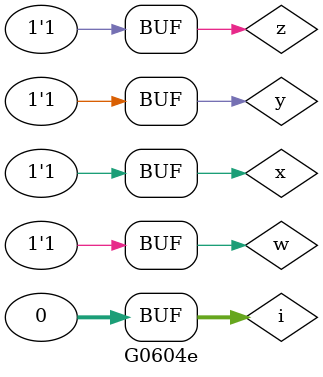
<source format=v>

module f1 (output r, input x,y,w,z);

	assign r = (x|~w|(y^z))&(~y|~w|z);
	
endmodule // f1

module f2 (output r, input x,y,w,z);

  assign r = (x|~y|w)&(~x|w|~z)&(~x|~y|~w|z);
	
endmodule // f2

module f3 (output r, input x,y,w,z);

	assign r = (~y|w|(x^z))&(~y|~w|~z)&(~x|y|w|z);
	
endmodule // f3

module f4 (output r, input x,y,w,z);

	assign r = (x|w|~z)&(~x|~y|~w)&(~x|y|~z);
	
endmodule // f4

module f5 (output r, input x,y,w,z);

	assign r = (x|~w|z)&(x|~y|~z)&(~x|~y|~z)&(~x|y|~w|~z);
	
endmodule // f5

module G0604a;

	// Define data
	integer i = 0;
	reg x = 1'b0;
	reg y = 1'b0;
	reg z = 1'b0;
	reg w = 1'b0;
	wire r;

	f1 F1 (r, x,y,w,z);

	// Actions
	initial
		begin : main

			$display ("\nG0604a -\n");

			$display ("f(x,y,z,w) = M (2,6,7,14)\n");

			$monitor ("#%0d\t | %b %b %b %b | %b", i, x,y,w,z, r);
			#1 z = 1'b1; i++;
			#1 w = 1'b1; z = 1'b0; i++;
			#1 w = 1'b1; z = 1'b1; i++;
			#1 y = 1'b1; w = 1'b0; z = 1'b0; i++;
			#1 y = 1'b1; w = 1'b0; z = 1'b1; i++;
			#1 y = 1'b1; w = 1'b1; z = 1'b0; i++;
			#1 y = 1'b1; w = 1'b1; z = 1'b1; i++;
			#1 x = 1'b1; y = 1'b0; w = 1'b0; z = 1'b0; i++;
			#1 x = 1'b1; y = 1'b0; w = 1'b0; z = 1'b1; i++;
			#1 x = 1'b1; y = 1'b0; w = 1'b1; z = 1'b0; i++;
			#1 x = 1'b1; y = 1'b0; w = 1'b1; z = 1'b1; i++;
			#1 x = 1'b1; y = 1'b1; w = 1'b0; z = 1'b0; i++;
			#1 x = 1'b1; y = 1'b1; w = 1'b0; z = 1'b1; i++;
			#1 x = 1'b1; y = 1'b1; w = 1'b1; z = 1'b0; i++;
			#1 x = 1'b1; y = 1'b1; w = 1'b1; z = 1'b1; i++;

		end // main

endmodule // G0604a


module G0604b;

	// Define data
	integer i = 0;
	reg x = 1'b0;
	reg y = 1'b0;
	reg z = 1'b0;
	reg w = 1'b0;
	wire r;

	f2 F2 (r, x,y,w,z);

	// Actions
	initial
		begin : main

			#20$display ("\nG0604b -\n");

			$display ("f(x,y,z,w) = M (4,5,9,13,14)\n");

			$monitor ("#%0d\t | %b %b %b %b | %b", i, x,y,w,z, r);
			#1 z = 1'b1; i++;
			#1 w = 1'b1; z = 1'b0; i++;
			#1 w = 1'b1; z = 1'b1; i++;
			#1 y = 1'b1; w = 1'b0; z = 1'b0; i++;
			#1 y = 1'b1; w = 1'b0; z = 1'b1; i++;
			#1 y = 1'b1; w = 1'b1; z = 1'b0; i++;
			#1 y = 1'b1; w = 1'b1; z = 1'b1; i++;
			#1 x = 1'b1; y = 1'b0; w = 1'b0; z = 1'b0; i++;
			#1 x = 1'b1; y = 1'b0; w = 1'b0; z = 1'b1; i++;
			#1 x = 1'b1; y = 1'b0; w = 1'b1; z = 1'b0; i++;
			#1 x = 1'b1; y = 1'b0; w = 1'b1; z = 1'b1; i++;
			#1 x = 1'b1; y = 1'b1; w = 1'b0; z = 1'b0; i++;
			#1 x = 1'b1; y = 1'b1; w = 1'b0; z = 1'b1; i++;
			#1 x = 1'b1; y = 1'b1; w = 1'b1; z = 1'b0; i++;
			#1 x = 1'b1; y = 1'b1; w = 1'b1; z = 1'b1; i++;

		end // main

endmodule // G0604b

module G0604c;

	// Define data
	integer i = 0;
	reg x = 1'b0;
	reg y = 1'b0;
	reg z = 1'b0;
	reg w = 1'b0;
	wire r;

	f3 F3 (r, x,y,w,z);

	// Actions
	initial
		begin : main

			#40$display ("\nG0604c -\n");

			$display ("f(x,y,z,w) = M (4,7,8,13,15)\n");

			$monitor ("#%0d\t | %b %b %b %b | %b", i, x,y,w,z, r);
			#1 z = 1'b1; i++;
			#1 w = 1'b1; z = 1'b0; i++;
			#1 w = 1'b1; z = 1'b1; i++;
			#1 y = 1'b1; w = 1'b0; z = 1'b0; i++;
			#1 y = 1'b1; w = 1'b0; z = 1'b1; i++;
			#1 y = 1'b1; w = 1'b1; z = 1'b0; i++;
			#1 y = 1'b1; w = 1'b1; z = 1'b1; i++;
			#1 x = 1'b1; y = 1'b0; w = 1'b0; z = 1'b0; i++;
			#1 x = 1'b1; y = 1'b0; w = 1'b0; z = 1'b1; i++;
			#1 x = 1'b1; y = 1'b0; w = 1'b1; z = 1'b0; i++;
			#1 x = 1'b1; y = 1'b0; w = 1'b1; z = 1'b1; i++;
			#1 x = 1'b1; y = 1'b1; w = 1'b0; z = 1'b0; i++;
			#1 x = 1'b1; y = 1'b1; w = 1'b0; z = 1'b1; i++;
			#1 x = 1'b1; y = 1'b1; w = 1'b1; z = 1'b0; i++;
			#1 x = 1'b1; y = 1'b1; w = 1'b1; z = 1'b1; i++;

		end // main

endmodule // G0604c

module G0604d;

	// Define data
	integer i = 0;
	reg x = 1'b0;
	reg y = 1'b0;
	reg z = 1'b0;
	reg w = 1'b0;
	wire r;

	f4 F4 (r, x,y,w,z);

	// Actions
	initial
		begin : main

			#60$display ("\nG0604d -\n");

			$display ("f(x,y,z,w) = M (1,5,9,11,14,15)\n");

			$monitor ("#%0d\t | %b %b %b %b | %b", i, x,y,w,z, r);
			#1 z = 1'b1; i++;
			#1 w = 1'b1; z = 1'b0; i++;
			#1 w = 1'b1; z = 1'b1; i++;
			#1 y = 1'b1; w = 1'b0; z = 1'b0; i++;
			#1 y = 1'b1; w = 1'b0; z = 1'b1; i++;
			#1 y = 1'b1; w = 1'b1; z = 1'b0; i++;
			#1 y = 1'b1; w = 1'b1; z = 1'b1; i++;
			#1 x = 1'b1; y = 1'b0; w = 1'b0; z = 1'b0; i++;
			#1 x = 1'b1; y = 1'b0; w = 1'b0; z = 1'b1; i++;
			#1 x = 1'b1; y = 1'b0; w = 1'b1; z = 1'b0; i++;
			#1 x = 1'b1; y = 1'b0; w = 1'b1; z = 1'b1; i++;
			#1 x = 1'b1; y = 1'b1; w = 1'b0; z = 1'b0; i++;
			#1 x = 1'b1; y = 1'b1; w = 1'b0; z = 1'b1; i++;
			#1 x = 1'b1; y = 1'b1; w = 1'b1; z = 1'b0; i++;
			#1 x = 1'b1; y = 1'b1; w = 1'b1; z = 1'b1; i++;

		end // main

endmodule // G0604d

module G0604e;

	// Define data
	integer i = 0;
	reg x = 1'b0;
	reg y = 1'b0;
	reg z = 1'b0;
	reg w = 1'b0;
	wire r;

	f5 F5 (r, x,y,w,z);

	// Actions
	initial
		begin : main

			#80$display ("\nG0604e -\n");

			$display ("f(x,y,z,w) = M (2,5,6,7,11,13,15)\n");

			$monitor ("#%0d\t | %b %b %b %b | %b", i, x,y,w,z, r);
			#1 z = 1'b1; i++;
			#1 w = 1'b1; z = 1'b0; i++;
			#1 w = 1'b1; z = 1'b1; i++;
			#1 y = 1'b1; w = 1'b0; z = 1'b0; i++;
			#1 y = 1'b1; w = 1'b0; z = 1'b1; i++;
			#1 y = 1'b1; w = 1'b1; z = 1'b0; i++;
			#1 y = 1'b1; w = 1'b1; z = 1'b1; i++;
			#1 x = 1'b1; y = 1'b0; w = 1'b0; z = 1'b0; i++;
			#1 x = 1'b1; y = 1'b0; w = 1'b0; z = 1'b1; i++;
			#1 x = 1'b1; y = 1'b0; w = 1'b1; z = 1'b0; i++;
			#1 x = 1'b1; y = 1'b0; w = 1'b1; z = 1'b1; i++;
			#1 x = 1'b1; y = 1'b1; w = 1'b0; z = 1'b0; i++;
			#1 x = 1'b1; y = 1'b1; w = 1'b0; z = 1'b1; i++;
			#1 x = 1'b1; y = 1'b1; w = 1'b1; z = 1'b0; i++;
			#1 x = 1'b1; y = 1'b1; w = 1'b1; z = 1'b1; i++;

		end // main

endmodule // G0604e


</source>
